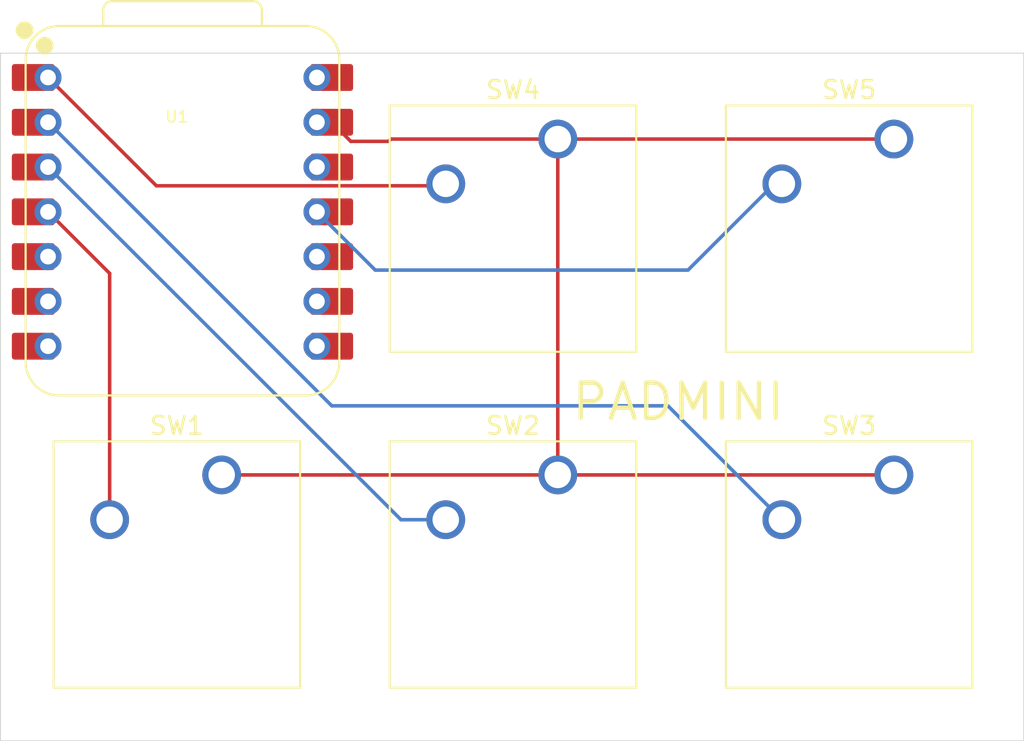
<source format=kicad_pcb>
(kicad_pcb (version 20241229) (generator "pcbnew") (generator_version "9.0")
  (layers (0 "F.Cu" signal) (2 "B.Cu" signal) (13 "F.Paste" user) (15 "B.Paste" user) (5 "F.SilkS" user "F.Silkscreen") (7 "B.SilkS" user "B.Silkscreen") (1 "F.Mask" user) (3 "B.Mask" user) (25 "Edge.Cuts" user))
  (net 0 "")
  (net 1 "GND")
  (net 2 "S1")
  (net 3 "S2")
  (net 4 "S3")
  (net 5 "S4")
  (net 14 "S5")
  (footprint "XI:XIAO-RP2040-DIP" (layer "F.Cu") (at 95.3175 85.9975)
    (property "Reference" "U1" (at -0.3175 -5.3975 0) (layer "F.SilkS") (effects (font (size 0.635 0.635) (thickness 0.1016))))
    (property "Value" "XIAO-RP2040-DIP")
    (fp_line (start -8.89 8.509) (end -8.89 -8.636) (stroke (width 0.127)) (layer "F.SilkS"))
    (fp_line (start -6.985 10.414) (end 6.985 10.414) (stroke (width 0.127)) (layer "F.SilkS"))
    (fp_line (start -4.495 -10.541) (end -4.491272 -11.451272) (stroke (width 0.127)) (layer "F.SilkS"))
    (fp_line (start -3.991272 -11.951) (end 4.004 -11.951) (stroke (width 0.127)) (layer "F.SilkS"))
    (fp_line (start 4.504 -11.451) (end 4.504 -10.541) (stroke (width 0.127)) (layer "F.SilkS"))
    (fp_line (start 6.985 -10.541) (end -6.985 -10.541) (stroke (width 0.1)) (layer "F.SilkS"))
    (fp_line (start 6.985 -10.541) (end -6.985 -10.541) (stroke (width 0.127)) (layer "F.SilkS"))
    (fp_line (start 8.89 8.509) (end 8.89 -8.636) (stroke (width 0.127)) (layer "F.SilkS"))
    (fp_arc (start -8.89 -8.636) (mid -8.332038 -9.983038) (end -6.985 -10.541) (stroke (width 0.127)) (layer "F.SilkS"))
    (fp_arc (start -6.985 10.414) (mid -8.332038 9.856038) (end -8.89 8.509) (stroke (width 0.127)) (layer "F.SilkS"))
    (fp_arc (start -4.491272 -11.451272) (mid -4.344728 -11.80464) (end -3.991272 -11.951) (stroke (width 0.127)) (layer "F.SilkS"))
    (fp_arc (start 4.004 -11.951) (mid 4.357553 -11.804553) (end 4.504 -11.451) (stroke (width 0.127)) (layer "F.SilkS"))
    (fp_arc (start 6.985 -10.541) (mid 8.332038 -9.983038) (end 8.89 -8.636) (stroke (width 0.127)) (layer "F.SilkS"))
    (fp_arc (start 8.89 8.509) (mid 8.332038 9.856038) (end 6.985 10.414) (stroke (width 0.127)) (layer "F.SilkS"))
    (fp_circle (center -8.95 -10.3) (end -8.95 -10.554) (stroke (width 0.5)) (fill yes) (layer "F.SilkS"))
    (fp_circle (center -7.807 -9.42) (end -7.807 -9.674) (stroke (width 0.5)) (fill yes) (layer "F.SilkS"))
    (pad "1" smd roundrect (at -8.455 -7.62 180) (size 2.432 1.524) (layers "F.Cu" "F.Mask") (roundrect_rratio 0.1) (net 5 "S4"))
    (pad "1" thru_hole circle (at -7.62 -7.62 180) (size 1.524 1.524) (drill 0.889) (layers "*.Cu" "*.Mask") (net 5 "S4"))
    (pad "2" smd roundrect (at -8.455 -5.08 180) (size 2.432 1.524) (layers "F.Cu" "F.Mask") (roundrect_rratio 0.1) (net 4 "S3"))
    (pad "2" thru_hole circle (at -7.62 -5.08 180) (size 1.524 1.524) (drill 0.889) (layers "*.Cu" "*.Mask") (net 4 "S3"))
    (pad "3" smd roundrect (at -8.455 -2.54 180) (size 2.432 1.524) (layers "F.Cu" "F.Mask") (roundrect_rratio 0.1) (net 3 "S2"))
    (pad "3" thru_hole circle (at -7.62 -2.54 180) (size 1.524 1.524) (drill 0.889) (layers "*.Cu" "*.Mask") (net 3 "S2"))
    (pad "4" smd roundrect (at -8.455 0 180) (size 2.432 1.524) (layers "F.Cu" "F.Mask") (roundrect_rratio 0.1) (net 2 "S1"))
    (pad "4" thru_hole circle (at -7.62 0 180) (size 1.524 1.524) (drill 0.889) (layers "*.Cu" "*.Mask") (net 2 "S1"))
    (pad "5" smd roundrect (at -8.455 2.54 180) (size 2.432 1.524) (layers "F.Cu" "F.Mask") (roundrect_rratio 0.1))
    (pad "5" thru_hole circle (at -7.62 2.54 180) (size 1.524 1.524) (drill 0.889) (layers "*.Cu" "*.Mask"))
    (pad "6" smd roundrect (at -8.455 5.08 180) (size 2.432 1.524) (layers "F.Cu" "F.Mask") (roundrect_rratio 0.1))
    (pad "6" thru_hole circle (at -7.62 5.08 180) (size 1.524 1.524) (drill 0.889) (layers "*.Cu" "*.Mask"))
    (pad "7" smd roundrect (at -8.455 7.62 180) (size 2.432 1.524) (layers "F.Cu" "F.Mask") (roundrect_rratio 0.1))
    (pad "7" thru_hole circle (at -7.62 7.62 180) (size 1.524 1.524) (drill 0.889) (layers "*.Cu" "*.Mask"))
    (pad "8" thru_hole circle (at 7.62 7.62) (size 1.524 1.524) (drill 0.889) (layers "*.Cu" "*.Mask"))
    (pad "8" smd roundrect (at 8.455 7.62) (size 2.432 1.524) (layers "F.Cu" "F.Mask") (roundrect_rratio 0.1))
    (pad "9" thru_hole circle (at 7.62 5.08) (size 1.524 1.524) (drill 0.889) (layers "*.Cu" "*.Mask"))
    (pad "9" smd roundrect (at 8.455 5.08) (size 2.432 1.524) (layers "F.Cu" "F.Mask") (roundrect_rratio 0.1))
    (pad "10" thru_hole circle (at 7.62 2.54) (size 1.524 1.524) (drill 0.889) (layers "*.Cu" "*.Mask"))
    (pad "10" smd roundrect (at 8.455 2.54) (size 2.432 1.524) (layers "F.Cu" "F.Mask") (roundrect_rratio 0.1))
    (pad "11" thru_hole circle (at 7.62 0) (size 1.524 1.524) (drill 0.889) (layers "*.Cu" "*.Mask") (net 14 "S5"))
    (pad "11" smd roundrect (at 8.455 0) (size 2.432 1.524) (layers "F.Cu" "F.Mask") (roundrect_rratio 0.1) (net 14 "S5"))
    (pad "12" thru_hole circle (at 7.62 -2.54) (size 1.524 1.524) (drill 0.889) (layers "*.Cu" "*.Mask"))
    (pad "12" smd roundrect (at 8.455 -2.54) (size 2.432 1.524) (layers "F.Cu" "F.Mask") (roundrect_rratio 0.1))
    (pad "13" thru_hole circle (at 7.62 -5.08) (size 1.524 1.524) (drill 0.889) (layers "*.Cu" "*.Mask") (net 1 "GND"))
    (pad "13" smd roundrect (at 8.455 -5.08) (size 2.432 1.524) (layers "F.Cu" "F.Mask") (roundrect_rratio 0.1) (net 1 "GND"))
    (pad "14" thru_hole circle (at 7.62 -7.62) (size 1.524 1.524) (drill 0.889) (layers "*.Cu" "*.Mask"))
    (pad "14" smd roundrect (at 8.455 -7.62) (size 2.432 1.524) (layers "F.Cu" "F.Mask") (roundrect_rratio 0.1))
  )
  (footprint "Button_Switch_Keyboard:SW_Cherry_MX_1.00u_PCB" (layer "F.Cu") (at 116.59 100.92)
    (property "Reference" "SW2" (at -2.54 -2.794 0) (layer "F.SilkS"))
    (property "Value" "SW_Push")
    (fp_line (start -9.525 -1.905) (end 4.445 -1.905) (stroke (width 0.12)) (layer "F.SilkS"))
    (fp_line (start -9.525 12.065) (end -9.525 -1.905) (stroke (width 0.12)) (layer "F.SilkS"))
    (fp_line (start 4.445 -1.905) (end 4.445 12.065) (stroke (width 0.12)) (layer "F.SilkS"))
    (fp_line (start 4.445 12.065) (end -9.525 12.065) (stroke (width 0.12)) (layer "F.SilkS"))
    (pad "" np_thru_hole circle (at -7.62 5.08) (size 1.7 1.7) (drill 1.7) (layers "*.Cu" "*.Mask"))
    (pad "" np_thru_hole circle (at -2.54 5.08) (size 4 4) (drill 4) (layers "*.Cu" "*.Mask"))
    (pad "" np_thru_hole circle (at 2.54 5.08) (size 1.7 1.7) (drill 1.7) (layers "*.Cu" "*.Mask"))
    (pad "1" thru_hole circle (at 0 0) (size 2.2 2.2) (drill 1.5) (layers "*.Cu" "*.Mask") (net 1 "GND"))
    (pad "2" thru_hole circle (at -6.35 2.54) (size 2.2 2.2) (drill 1.5) (layers "*.Cu" "*.Mask") (net 3 "S2"))
  )
  (footprint "Button_Switch_Keyboard:SW_Cherry_MX_1.00u_PCB" (layer "F.Cu") (at 135.64 81.87)
    (property "Reference" "SW5" (at -2.54 -2.794 0) (layer "F.SilkS"))
    (property "Value" "SW_Push")
    (fp_line (start -9.525 -1.905) (end 4.445 -1.905) (stroke (width 0.12)) (layer "F.SilkS"))
    (fp_line (start -9.525 12.065) (end -9.525 -1.905) (stroke (width 0.12)) (layer "F.SilkS"))
    (fp_line (start 4.445 -1.905) (end 4.445 12.065) (stroke (width 0.12)) (layer "F.SilkS"))
    (fp_line (start 4.445 12.065) (end -9.525 12.065) (stroke (width 0.12)) (layer "F.SilkS"))
    (pad "" np_thru_hole circle (at -7.62 5.08) (size 1.7 1.7) (drill 1.7) (layers "*.Cu" "*.Mask"))
    (pad "" np_thru_hole circle (at -2.54 5.08) (size 4 4) (drill 4) (layers "*.Cu" "*.Mask"))
    (pad "" np_thru_hole circle (at 2.54 5.08) (size 1.7 1.7) (drill 1.7) (layers "*.Cu" "*.Mask"))
    (pad "1" thru_hole circle (at 0 0) (size 2.2 2.2) (drill 1.5) (layers "*.Cu" "*.Mask") (net 1 "GND"))
    (pad "2" thru_hole circle (at -6.35 2.54) (size 2.2 2.2) (drill 1.5) (layers "*.Cu" "*.Mask") (net 14 "S5"))
  )
  (footprint "Button_Switch_Keyboard:SW_Cherry_MX_1.00u_PCB" (layer "F.Cu") (at 135.64 100.92)
    (property "Reference" "SW3" (at -2.54 -2.794 0) (layer "F.SilkS"))
    (property "Value" "SW_Push")
    (fp_line (start -9.525 -1.905) (end 4.445 -1.905) (stroke (width 0.12)) (layer "F.SilkS"))
    (fp_line (start -9.525 12.065) (end -9.525 -1.905) (stroke (width 0.12)) (layer "F.SilkS"))
    (fp_line (start 4.445 -1.905) (end 4.445 12.065) (stroke (width 0.12)) (layer "F.SilkS"))
    (fp_line (start 4.445 12.065) (end -9.525 12.065) (stroke (width 0.12)) (layer "F.SilkS"))
    (pad "" np_thru_hole circle (at -7.62 5.08) (size 1.7 1.7) (drill 1.7) (layers "*.Cu" "*.Mask"))
    (pad "" np_thru_hole circle (at -2.54 5.08) (size 4 4) (drill 4) (layers "*.Cu" "*.Mask"))
    (pad "" np_thru_hole circle (at 2.54 5.08) (size 1.7 1.7) (drill 1.7) (layers "*.Cu" "*.Mask"))
    (pad "1" thru_hole circle (at 0 0) (size 2.2 2.2) (drill 1.5) (layers "*.Cu" "*.Mask") (net 1 "GND"))
    (pad "2" thru_hole circle (at -6.35 2.54) (size 2.2 2.2) (drill 1.5) (layers "*.Cu" "*.Mask") (net 4 "S3"))
  )
  (footprint "Button_Switch_Keyboard:SW_Cherry_MX_1.00u_PCB" (layer "F.Cu") (at 116.59 81.87)
    (property "Reference" "SW4" (at -2.54 -2.794 0) (layer "F.SilkS"))
    (property "Value" "SW_Push")
    (fp_line (start -9.525 -1.905) (end 4.445 -1.905) (stroke (width 0.12)) (layer "F.SilkS"))
    (fp_line (start -9.525 12.065) (end -9.525 -1.905) (stroke (width 0.12)) (layer "F.SilkS"))
    (fp_line (start 4.445 -1.905) (end 4.445 12.065) (stroke (width 0.12)) (layer "F.SilkS"))
    (fp_line (start 4.445 12.065) (end -9.525 12.065) (stroke (width 0.12)) (layer "F.SilkS"))
    (pad "" np_thru_hole circle (at -7.62 5.08) (size 1.7 1.7) (drill 1.7) (layers "*.Cu" "*.Mask"))
    (pad "" np_thru_hole circle (at -2.54 5.08) (size 4 4) (drill 4) (layers "*.Cu" "*.Mask"))
    (pad "" np_thru_hole circle (at 2.54 5.08) (size 1.7 1.7) (drill 1.7) (layers "*.Cu" "*.Mask"))
    (pad "1" thru_hole circle (at 0 0) (size 2.2 2.2) (drill 1.5) (layers "*.Cu" "*.Mask") (net 1 "GND"))
    (pad "2" thru_hole circle (at -6.35 2.54) (size 2.2 2.2) (drill 1.5) (layers "*.Cu" "*.Mask") (net 5 "S4"))
  )
  (footprint "Button_Switch_Keyboard:SW_Cherry_MX_1.00u_PCB" (layer "F.Cu") (at 97.54 100.92)
    (property "Reference" "SW1" (at -2.54 -2.794 0) (layer "F.SilkS"))
    (property "Value" "SW_Push")
    (fp_line (start -9.525 -1.905) (end 4.445 -1.905) (stroke (width 0.12)) (layer "F.SilkS"))
    (fp_line (start -9.525 12.065) (end -9.525 -1.905) (stroke (width 0.12)) (layer "F.SilkS"))
    (fp_line (start 4.445 -1.905) (end 4.445 12.065) (stroke (width 0.12)) (layer "F.SilkS"))
    (fp_line (start 4.445 12.065) (end -9.525 12.065) (stroke (width 0.12)) (layer "F.SilkS"))
    (pad "" np_thru_hole circle (at -7.62 5.08) (size 1.7 1.7) (drill 1.7) (layers "*.Cu" "*.Mask"))
    (pad "" np_thru_hole circle (at -2.54 5.08) (size 4 4) (drill 4) (layers "*.Cu" "*.Mask"))
    (pad "" np_thru_hole circle (at 2.54 5.08) (size 1.7 1.7) (drill 1.7) (layers "*.Cu" "*.Mask"))
    (pad "1" thru_hole circle (at 0 0) (size 2.2 2.2) (drill 1.5) (layers "*.Cu" "*.Mask") (net 1 "GND"))
    (pad "2" thru_hole circle (at -6.35 2.54) (size 2.2 2.2) (drill 1.5) (layers "*.Cu" "*.Mask") (net 2 "S1"))
  )
  (gr_rect (start 85 77) (end 143 116) (stroke (width 0.05)) (fill no) (layer "Edge.Cuts"))
  (gr_text "PADMINI" (at 117.25 97.94 0) (layer "F.SilkS") (effects (font (size 2 2) (thickness 0.25) (bold yes)) (justify left bottom)))
  (segment (start 116.59 100.92) (end 116.59 81.87) (width 0.2) (layer "F.Cu") (net 1))
  (segment (start 107.13 81.87) (end 135.64 81.87) (width 0.2) (layer "F.Cu") (net 1))
  (segment (start 104.855 82) (end 107 82) (width 0.2) (layer "F.Cu") (net 1))
  (segment (start 103.7725 80.9175) (end 104.855 82) (width 0.2) (layer "F.Cu") (net 1))
  (segment (start 107 82) (end 107.13 81.87) (width 0.2) (layer "F.Cu") (net 1))
  (segment (start 97.54 100.92) (end 135.64 100.92) (width 0.2) (layer "F.Cu") (net 1))
  (segment (start 91.19 103.46) (end 91.19 89.49) (width 0.2) (layer "F.Cu") (net 2))
  (segment (start 91.19 89.49) (end 87.6975 85.9975) (width 0.2) (layer "F.Cu") (net 2))
  (segment (start 107.7 103.46) (end 87.6975 83.4575) (width 0.2) (layer "B.Cu") (net 3))
  (segment (start 110.24 103.46) (end 107.7 103.46) (width 0.2) (layer "B.Cu") (net 3))
  (segment (start 103.78 97) (end 87.6975 80.9175) (width 0.2) (layer "B.Cu") (net 4))
  (segment (start 129.29 103.46) (end 122.83 97) (width 0.2) (layer "B.Cu") (net 4))
  (segment (start 122.83 97) (end 103.78 97) (width 0.2) (layer "B.Cu") (net 4))
  (segment (start 93.8405 84.5205) (end 87.6975 78.3775) (width 0.2) (layer "F.Cu") (net 5))
  (segment (start 110.1295 84.5205) (end 93.8405 84.5205) (width 0.2) (layer "F.Cu") (net 5))
  (segment (start 110.24 84.41) (end 110.1295 84.5205) (width 0.2) (layer "F.Cu") (net 5))
  (segment (start 102.9375 85.9975) (end 106.241 89.301) (width 0.2) (layer "B.Cu") (net 14))
  (segment (start 106.241 89.301) (end 123.97053 89.301) (width 0.2) (layer "B.Cu") (net 14))
  (segment (start 128.86153 84.41) (end 129.29 84.41) (width 0.2) (layer "B.Cu") (net 14))
  (segment (start 123.97053 89.301) (end 128.86153 84.41) (width 0.2) (layer "B.Cu") (net 14))
)
</source>
